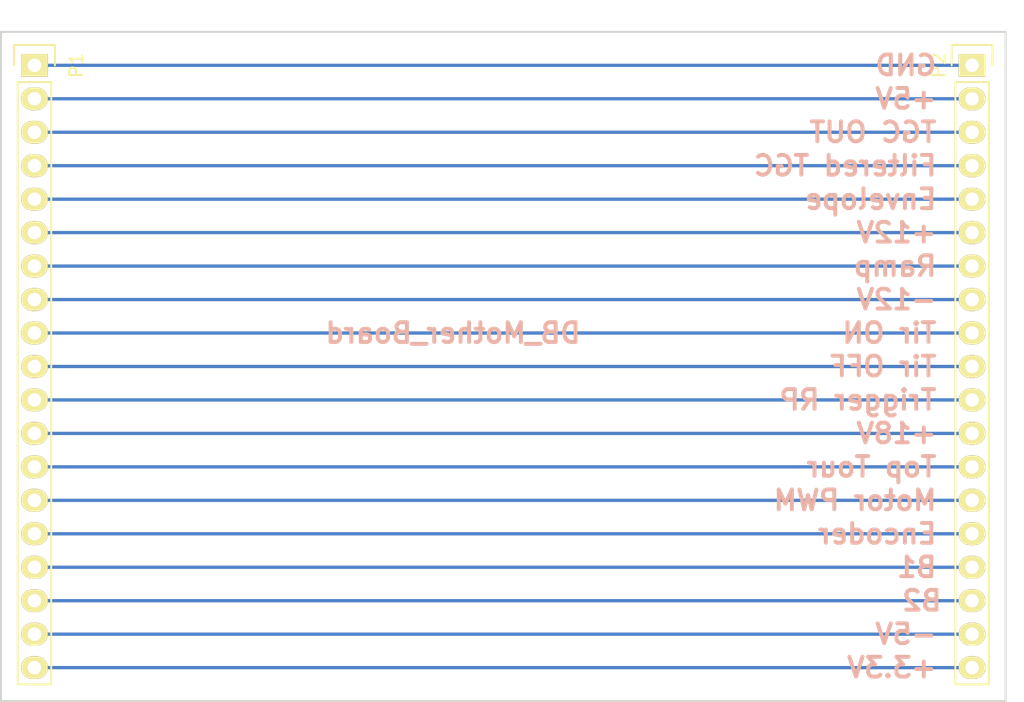
<source format=kicad_pcb>
(kicad_pcb (version 4) (host pcbnew 4.0.3+e1-6302~38~ubuntu16.04.1-stable)

  (general
    (links 19)
    (no_connects 0)
    (area 105.334999 100.376666 183.245 153.745001)
    (thickness 1.6)
    (drawings 25)
    (tracks 19)
    (zones 0)
    (modules 2)
    (nets 20)
  )

  (page A4)
  (layers
    (0 F.Cu signal)
    (31 B.Cu signal)
    (32 B.Adhes user)
    (33 F.Adhes user)
    (34 B.Paste user)
    (35 F.Paste user)
    (36 B.SilkS user)
    (37 F.SilkS user)
    (38 B.Mask user)
    (39 F.Mask user)
    (40 Dwgs.User user)
    (41 Cmts.User user)
    (42 Eco1.User user)
    (43 Eco2.User user)
    (44 Edge.Cuts user)
    (45 Margin user)
    (46 B.CrtYd user)
    (47 F.CrtYd user)
    (48 B.Fab user)
    (49 F.Fab user)
  )

  (setup
    (last_trace_width 0.25)
    (trace_clearance 0.2)
    (zone_clearance 0.508)
    (zone_45_only no)
    (trace_min 0.2)
    (segment_width 0.2)
    (edge_width 0.15)
    (via_size 0.6)
    (via_drill 0.4)
    (via_min_size 0.4)
    (via_min_drill 0.3)
    (uvia_size 0.3)
    (uvia_drill 0.1)
    (uvias_allowed no)
    (uvia_min_size 0.2)
    (uvia_min_drill 0.1)
    (pcb_text_width 0.3)
    (pcb_text_size 1.5 1.5)
    (mod_edge_width 0.15)
    (mod_text_size 1 1)
    (mod_text_width 0.15)
    (pad_size 1.524 1.524)
    (pad_drill 0.762)
    (pad_to_mask_clearance 0.2)
    (aux_axis_origin 0 0)
    (visible_elements 7FFFFFFF)
    (pcbplotparams
      (layerselection 0x000f0_80000001)
      (usegerberextensions false)
      (excludeedgelayer true)
      (linewidth 0.100000)
      (plotframeref false)
      (viasonmask false)
      (mode 1)
      (useauxorigin false)
      (hpglpennumber 1)
      (hpglpenspeed 20)
      (hpglpendiameter 15)
      (hpglpenoverlay 2)
      (psnegative false)
      (psa4output false)
      (plotreference true)
      (plotvalue true)
      (plotinvisibletext false)
      (padsonsilk false)
      (subtractmaskfromsilk false)
      (outputformat 1)
      (mirror false)
      (drillshape 0)
      (scaleselection 1)
      (outputdirectory gerber/))
  )

  (net 0 "")
  (net 1 "Net-(P1-Pad2)")
  (net 2 "Net-(P1-Pad3)")
  (net 3 "Net-(P1-Pad4)")
  (net 4 "Net-(P1-Pad5)")
  (net 5 "Net-(P1-Pad6)")
  (net 6 "Net-(P1-Pad7)")
  (net 7 "Net-(P1-Pad8)")
  (net 8 "Net-(P1-Pad9)")
  (net 9 "Net-(P1-Pad10)")
  (net 10 "Net-(P1-Pad11)")
  (net 11 "Net-(P1-Pad12)")
  (net 12 "Net-(P1-Pad13)")
  (net 13 "Net-(P1-Pad14)")
  (net 14 "Net-(P1-Pad15)")
  (net 15 "Net-(P1-Pad16)")
  (net 16 "Net-(P1-Pad17)")
  (net 17 "Net-(P1-Pad18)")
  (net 18 "Net-(P1-Pad19)")
  (net 19 GND)

  (net_class Default "This is the default net class."
    (clearance 0.2)
    (trace_width 0.25)
    (via_dia 0.6)
    (via_drill 0.4)
    (uvia_dia 0.3)
    (uvia_drill 0.1)
    (add_net GND)
    (add_net "Net-(P1-Pad10)")
    (add_net "Net-(P1-Pad11)")
    (add_net "Net-(P1-Pad12)")
    (add_net "Net-(P1-Pad13)")
    (add_net "Net-(P1-Pad14)")
    (add_net "Net-(P1-Pad15)")
    (add_net "Net-(P1-Pad16)")
    (add_net "Net-(P1-Pad17)")
    (add_net "Net-(P1-Pad18)")
    (add_net "Net-(P1-Pad19)")
    (add_net "Net-(P1-Pad2)")
    (add_net "Net-(P1-Pad3)")
    (add_net "Net-(P1-Pad4)")
    (add_net "Net-(P1-Pad5)")
    (add_net "Net-(P1-Pad6)")
    (add_net "Net-(P1-Pad7)")
    (add_net "Net-(P1-Pad8)")
    (add_net "Net-(P1-Pad9)")
  )

  (module Socket_Strips:Socket_Strip_Straight_1x19 (layer F.Cu) (tedit 57B56937) (tstamp 57B3452D)
    (at 107.95 105.41 270)
    (descr "Through hole socket strip")
    (tags "socket strip")
    (path /57B344A5)
    (fp_text reference P1 (at 0 -3.175 270) (layer F.SilkS)
      (effects (font (size 1 1) (thickness 0.15)))
    )
    (fp_text value CONN_01X19 (at 0 -3.1 270) (layer F.Fab)
      (effects (font (size 1 1) (thickness 0.15)))
    )
    (fp_line (start -1.75 -1.75) (end -1.75 1.75) (layer F.CrtYd) (width 0.05))
    (fp_line (start 47.5 -1.75) (end 47.5 1.75) (layer F.CrtYd) (width 0.05))
    (fp_line (start -1.75 -1.75) (end 47.5 -1.75) (layer F.CrtYd) (width 0.05))
    (fp_line (start -1.75 1.75) (end 47.5 1.75) (layer F.CrtYd) (width 0.05))
    (fp_line (start 1.27 1.27) (end 46.99 1.27) (layer F.SilkS) (width 0.15))
    (fp_line (start 46.99 1.27) (end 46.99 -1.27) (layer F.SilkS) (width 0.15))
    (fp_line (start 46.99 -1.27) (end 1.27 -1.27) (layer F.SilkS) (width 0.15))
    (fp_line (start -1.55 1.55) (end 0 1.55) (layer F.SilkS) (width 0.15))
    (fp_line (start 1.27 1.27) (end 1.27 -1.27) (layer F.SilkS) (width 0.15))
    (fp_line (start 0 -1.55) (end -1.55 -1.55) (layer F.SilkS) (width 0.15))
    (fp_line (start -1.55 -1.55) (end -1.55 1.55) (layer F.SilkS) (width 0.15))
    (pad 1 thru_hole rect (at 0 0 270) (size 1.7272 2.032) (drill 1.016) (layers *.Cu *.Mask F.SilkS)
      (net 19 GND))
    (pad 2 thru_hole oval (at 2.54 0 270) (size 1.7272 2.032) (drill 1.016) (layers *.Cu *.Mask F.SilkS)
      (net 1 "Net-(P1-Pad2)"))
    (pad 3 thru_hole oval (at 5.08 0 270) (size 1.7272 2.032) (drill 1.016) (layers *.Cu *.Mask F.SilkS)
      (net 2 "Net-(P1-Pad3)"))
    (pad 4 thru_hole oval (at 7.62 0 270) (size 1.7272 2.032) (drill 1.016) (layers *.Cu *.Mask F.SilkS)
      (net 3 "Net-(P1-Pad4)"))
    (pad 5 thru_hole oval (at 10.16 0 270) (size 1.7272 2.032) (drill 1.016) (layers *.Cu *.Mask F.SilkS)
      (net 4 "Net-(P1-Pad5)"))
    (pad 6 thru_hole oval (at 12.7 0 270) (size 1.7272 2.032) (drill 1.016) (layers *.Cu *.Mask F.SilkS)
      (net 5 "Net-(P1-Pad6)"))
    (pad 7 thru_hole oval (at 15.24 0 270) (size 1.7272 2.032) (drill 1.016) (layers *.Cu *.Mask F.SilkS)
      (net 6 "Net-(P1-Pad7)"))
    (pad 8 thru_hole oval (at 17.78 0 270) (size 1.7272 2.032) (drill 1.016) (layers *.Cu *.Mask F.SilkS)
      (net 7 "Net-(P1-Pad8)"))
    (pad 9 thru_hole oval (at 20.32 0 270) (size 1.7272 2.032) (drill 1.016) (layers *.Cu *.Mask F.SilkS)
      (net 8 "Net-(P1-Pad9)"))
    (pad 10 thru_hole oval (at 22.86 0 270) (size 1.7272 2.032) (drill 1.016) (layers *.Cu *.Mask F.SilkS)
      (net 9 "Net-(P1-Pad10)"))
    (pad 11 thru_hole oval (at 25.4 0 270) (size 1.7272 2.032) (drill 1.016) (layers *.Cu *.Mask F.SilkS)
      (net 10 "Net-(P1-Pad11)"))
    (pad 12 thru_hole oval (at 27.94 0 270) (size 1.7272 2.032) (drill 1.016) (layers *.Cu *.Mask F.SilkS)
      (net 11 "Net-(P1-Pad12)"))
    (pad 13 thru_hole oval (at 30.48 0 270) (size 1.7272 2.032) (drill 1.016) (layers *.Cu *.Mask F.SilkS)
      (net 12 "Net-(P1-Pad13)"))
    (pad 14 thru_hole oval (at 33.02 0 270) (size 1.7272 2.032) (drill 1.016) (layers *.Cu *.Mask F.SilkS)
      (net 13 "Net-(P1-Pad14)"))
    (pad 15 thru_hole oval (at 35.56 0 270) (size 1.7272 2.032) (drill 1.016) (layers *.Cu *.Mask F.SilkS)
      (net 14 "Net-(P1-Pad15)"))
    (pad 16 thru_hole oval (at 38.1 0 270) (size 1.7272 2.032) (drill 1.016) (layers *.Cu *.Mask F.SilkS)
      (net 15 "Net-(P1-Pad16)"))
    (pad 17 thru_hole oval (at 40.64 0 270) (size 1.7272 2.032) (drill 1.016) (layers *.Cu *.Mask F.SilkS)
      (net 16 "Net-(P1-Pad17)"))
    (pad 18 thru_hole oval (at 43.18 0 270) (size 1.7272 2.032) (drill 1.016) (layers *.Cu *.Mask F.SilkS)
      (net 17 "Net-(P1-Pad18)"))
    (pad 19 thru_hole oval (at 45.72 0 270) (size 1.7272 2.032) (drill 1.016) (layers *.Cu *.Mask F.SilkS)
      (net 18 "Net-(P1-Pad19)"))
    (model Socket_Strips.3dshapes/Socket_Strip_Straight_1x19.wrl
      (at (xyz 0.9 0 0))
      (scale (xyz 1 1 1))
      (rotate (xyz 0 0 180))
    )
  )

  (module Socket_Strips:Socket_Strip_Straight_1x19 (layer F.Cu) (tedit 57B5693B) (tstamp 57B34544)
    (at 179.07 105.41 270)
    (descr "Through hole socket strip")
    (tags "socket strip")
    (path /57B344F4)
    (fp_text reference P2 (at 0 2.54 270) (layer F.SilkS)
      (effects (font (size 1 1) (thickness 0.15)))
    )
    (fp_text value CONN_01X19 (at 0 -3.1 270) (layer F.Fab)
      (effects (font (size 1 1) (thickness 0.15)))
    )
    (fp_line (start -1.75 -1.75) (end -1.75 1.75) (layer F.CrtYd) (width 0.05))
    (fp_line (start 47.5 -1.75) (end 47.5 1.75) (layer F.CrtYd) (width 0.05))
    (fp_line (start -1.75 -1.75) (end 47.5 -1.75) (layer F.CrtYd) (width 0.05))
    (fp_line (start -1.75 1.75) (end 47.5 1.75) (layer F.CrtYd) (width 0.05))
    (fp_line (start 1.27 1.27) (end 46.99 1.27) (layer F.SilkS) (width 0.15))
    (fp_line (start 46.99 1.27) (end 46.99 -1.27) (layer F.SilkS) (width 0.15))
    (fp_line (start 46.99 -1.27) (end 1.27 -1.27) (layer F.SilkS) (width 0.15))
    (fp_line (start -1.55 1.55) (end 0 1.55) (layer F.SilkS) (width 0.15))
    (fp_line (start 1.27 1.27) (end 1.27 -1.27) (layer F.SilkS) (width 0.15))
    (fp_line (start 0 -1.55) (end -1.55 -1.55) (layer F.SilkS) (width 0.15))
    (fp_line (start -1.55 -1.55) (end -1.55 1.55) (layer F.SilkS) (width 0.15))
    (pad 1 thru_hole rect (at 0 0 270) (size 1.7272 2.032) (drill 1.016) (layers *.Cu *.Mask F.SilkS)
      (net 19 GND))
    (pad 2 thru_hole oval (at 2.54 0 270) (size 1.7272 2.032) (drill 1.016) (layers *.Cu *.Mask F.SilkS)
      (net 1 "Net-(P1-Pad2)"))
    (pad 3 thru_hole oval (at 5.08 0 270) (size 1.7272 2.032) (drill 1.016) (layers *.Cu *.Mask F.SilkS)
      (net 2 "Net-(P1-Pad3)"))
    (pad 4 thru_hole oval (at 7.62 0 270) (size 1.7272 2.032) (drill 1.016) (layers *.Cu *.Mask F.SilkS)
      (net 3 "Net-(P1-Pad4)"))
    (pad 5 thru_hole oval (at 10.16 0 270) (size 1.7272 2.032) (drill 1.016) (layers *.Cu *.Mask F.SilkS)
      (net 4 "Net-(P1-Pad5)"))
    (pad 6 thru_hole oval (at 12.7 0 270) (size 1.7272 2.032) (drill 1.016) (layers *.Cu *.Mask F.SilkS)
      (net 5 "Net-(P1-Pad6)"))
    (pad 7 thru_hole oval (at 15.24 0 270) (size 1.7272 2.032) (drill 1.016) (layers *.Cu *.Mask F.SilkS)
      (net 6 "Net-(P1-Pad7)"))
    (pad 8 thru_hole oval (at 17.78 0 270) (size 1.7272 2.032) (drill 1.016) (layers *.Cu *.Mask F.SilkS)
      (net 7 "Net-(P1-Pad8)"))
    (pad 9 thru_hole oval (at 20.32 0 270) (size 1.7272 2.032) (drill 1.016) (layers *.Cu *.Mask F.SilkS)
      (net 8 "Net-(P1-Pad9)"))
    (pad 10 thru_hole oval (at 22.86 0 270) (size 1.7272 2.032) (drill 1.016) (layers *.Cu *.Mask F.SilkS)
      (net 9 "Net-(P1-Pad10)"))
    (pad 11 thru_hole oval (at 25.4 0 270) (size 1.7272 2.032) (drill 1.016) (layers *.Cu *.Mask F.SilkS)
      (net 10 "Net-(P1-Pad11)"))
    (pad 12 thru_hole oval (at 27.94 0 270) (size 1.7272 2.032) (drill 1.016) (layers *.Cu *.Mask F.SilkS)
      (net 11 "Net-(P1-Pad12)"))
    (pad 13 thru_hole oval (at 30.48 0 270) (size 1.7272 2.032) (drill 1.016) (layers *.Cu *.Mask F.SilkS)
      (net 12 "Net-(P1-Pad13)"))
    (pad 14 thru_hole oval (at 33.02 0 270) (size 1.7272 2.032) (drill 1.016) (layers *.Cu *.Mask F.SilkS)
      (net 13 "Net-(P1-Pad14)"))
    (pad 15 thru_hole oval (at 35.56 0 270) (size 1.7272 2.032) (drill 1.016) (layers *.Cu *.Mask F.SilkS)
      (net 14 "Net-(P1-Pad15)"))
    (pad 16 thru_hole oval (at 38.1 0 270) (size 1.7272 2.032) (drill 1.016) (layers *.Cu *.Mask F.SilkS)
      (net 15 "Net-(P1-Pad16)"))
    (pad 17 thru_hole oval (at 40.64 0 270) (size 1.7272 2.032) (drill 1.016) (layers *.Cu *.Mask F.SilkS)
      (net 16 "Net-(P1-Pad17)"))
    (pad 18 thru_hole oval (at 43.18 0 270) (size 1.7272 2.032) (drill 1.016) (layers *.Cu *.Mask F.SilkS)
      (net 17 "Net-(P1-Pad18)"))
    (pad 19 thru_hole oval (at 45.72 0 270) (size 1.7272 2.032) (drill 1.016) (layers *.Cu *.Mask F.SilkS)
      (net 18 "Net-(P1-Pad19)"))
    (model Socket_Strips.3dshapes/Socket_Strip_Straight_1x19.wrl
      (at (xyz 0.9 0 0))
      (scale (xyz 1 1 1))
      (rotate (xyz 0 0 180))
    )
  )

  (gr_text DB_Mother_Board (at 139.7 125.73) (layer B.SilkS)
    (effects (font (size 1.5 1.5) (thickness 0.3)) (justify mirror))
  )
  (gr_line (start 181.61 153.67) (end 168.91 153.67) (angle 90) (layer Edge.Cuts) (width 0.15))
  (gr_line (start 181.61 102.87) (end 181.61 153.67) (angle 90) (layer Edge.Cuts) (width 0.15))
  (gr_line (start 105.41 102.87) (end 181.61 102.87) (angle 90) (layer Edge.Cuts) (width 0.15))
  (gr_line (start 105.41 153.67) (end 168.91 153.67) (angle 90) (layer Edge.Cuts) (width 0.15))
  (gr_line (start 105.41 102.87) (end 105.41 153.67) (angle 90) (layer Edge.Cuts) (width 0.15))
  (gr_text +3.3V (at 176.53 151.13) (layer B.SilkS)
    (effects (font (size 1.5 1.5) (thickness 0.3)) (justify left mirror))
  )
  (gr_text -5V (at 176.53 148.59) (layer B.SilkS)
    (effects (font (size 1.5 1.5) (thickness 0.3)) (justify left mirror))
  )
  (gr_text B2 (at 175.26 146.05) (layer B.SilkS)
    (effects (font (size 1.5 1.5) (thickness 0.3)) (justify mirror))
  )
  (gr_text B1 (at 176.53 143.51) (layer B.SilkS)
    (effects (font (size 1.5 1.5) (thickness 0.3)) (justify left mirror))
  )
  (gr_text Encoder (at 176.53 140.97) (layer B.SilkS)
    (effects (font (size 1.5 1.5) (thickness 0.3)) (justify left mirror))
  )
  (gr_text "Motor PWM" (at 176.53 138.43) (layer B.SilkS)
    (effects (font (size 1.5 1.5) (thickness 0.3)) (justify left mirror))
  )
  (gr_text "Top Tour" (at 176.53 135.89) (layer B.SilkS)
    (effects (font (size 1.5 1.5) (thickness 0.3)) (justify left mirror))
  )
  (gr_text +18V (at 176.53 133.35) (layer B.SilkS)
    (effects (font (size 1.5 1.5) (thickness 0.3)) (justify left mirror))
  )
  (gr_text "Trigger RP" (at 176.53 130.81) (layer B.SilkS)
    (effects (font (size 1.5 1.5) (thickness 0.3)) (justify left mirror))
  )
  (gr_text "Tir OFF" (at 176.53 128.27) (layer B.SilkS)
    (effects (font (size 1.5 1.5) (thickness 0.3)) (justify left mirror))
  )
  (gr_text "Tir ON" (at 176.53 125.73) (layer B.SilkS)
    (effects (font (size 1.5 1.5) (thickness 0.3)) (justify left mirror))
  )
  (gr_text -12V (at 176.53 123.19) (layer B.SilkS)
    (effects (font (size 1.5 1.5) (thickness 0.3)) (justify left mirror))
  )
  (gr_text Ramp (at 176.53 120.65) (layer B.SilkS)
    (effects (font (size 1.5 1.5) (thickness 0.3)) (justify left mirror))
  )
  (gr_text "+12V\n" (at 176.53 118.11) (layer B.SilkS)
    (effects (font (size 1.5 1.5) (thickness 0.3)) (justify left mirror))
  )
  (gr_text Envelope (at 176.53 115.57) (layer B.SilkS)
    (effects (font (size 1.5 1.5) (thickness 0.3)) (justify left mirror))
  )
  (gr_text "Filtered TGC" (at 176.53 113.03) (layer B.SilkS)
    (effects (font (size 1.5 1.5) (thickness 0.3)) (justify left mirror))
  )
  (gr_text "TGC OUT" (at 176.53 110.49) (layer B.SilkS)
    (effects (font (size 1.5 1.5) (thickness 0.3)) (justify left mirror))
  )
  (gr_text +5V (at 176.53 107.95) (layer B.SilkS)
    (effects (font (size 1.5 1.5) (thickness 0.3)) (justify left mirror))
  )
  (gr_text GND (at 176.53 105.41) (layer B.SilkS)
    (effects (font (size 1.5 1.5) (thickness 0.3)) (justify left mirror))
  )

  (segment (start 107.95 107.95) (end 179.07 107.95) (width 0.25) (layer B.Cu) (net 1) (status 20))
  (segment (start 107.95 110.49) (end 179.07 110.49) (width 0.25) (layer B.Cu) (net 2) (status 20))
  (segment (start 107.95 113.03) (end 179.07 113.03) (width 0.25) (layer B.Cu) (net 3) (status 20))
  (segment (start 107.95 115.57) (end 179.07 115.57) (width 0.25) (layer B.Cu) (net 4) (status 20))
  (segment (start 107.95 118.11) (end 179.07 118.11) (width 0.25) (layer B.Cu) (net 5) (status 20))
  (segment (start 107.95 120.65) (end 179.07 120.65) (width 0.25) (layer B.Cu) (net 6) (status 20))
  (segment (start 107.95 123.19) (end 179.07 123.19) (width 0.25) (layer B.Cu) (net 7) (status 20))
  (segment (start 107.95 125.73) (end 179.07 125.73) (width 0.25) (layer B.Cu) (net 8) (status 20))
  (segment (start 107.95 128.27) (end 179.07 128.27) (width 0.25) (layer B.Cu) (net 9) (status 20))
  (segment (start 107.95 130.81) (end 179.07 130.81) (width 0.25) (layer B.Cu) (net 10) (status 20))
  (segment (start 107.95 133.35) (end 179.07 133.35) (width 0.25) (layer B.Cu) (net 11) (status 20))
  (segment (start 107.95 135.89) (end 179.07 135.89) (width 0.25) (layer B.Cu) (net 12) (status 20))
  (segment (start 107.95 138.43) (end 179.07 138.43) (width 0.25) (layer B.Cu) (net 13) (status 20))
  (segment (start 107.95 140.97) (end 179.07 140.97) (width 0.25) (layer B.Cu) (net 14) (status 20))
  (segment (start 107.95 143.51) (end 179.07 143.51) (width 0.25) (layer B.Cu) (net 15) (status 20))
  (segment (start 107.95 146.05) (end 179.07 146.05) (width 0.25) (layer B.Cu) (net 16) (status 20))
  (segment (start 107.95 148.59) (end 179.07 148.59) (width 0.25) (layer B.Cu) (net 17) (status 20))
  (segment (start 107.95 151.13) (end 179.07 151.13) (width 0.25) (layer B.Cu) (net 18) (status 20))
  (segment (start 107.95 105.41) (end 179.07 105.41) (width 0.25) (layer B.Cu) (net 19) (status 20))

)

</source>
